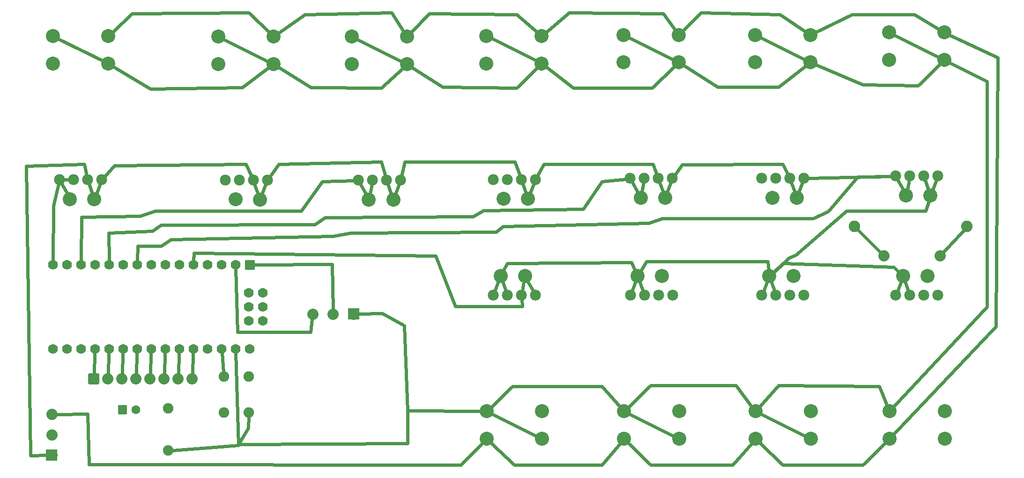
<source format=gbl>
G04 MADE WITH FRITZING*
G04 WWW.FRITZING.ORG*
G04 DOUBLE SIDED*
G04 HOLES PLATED*
G04 CONTOUR ON CENTER OF CONTOUR VECTOR*
%ASAXBY*%
%FSLAX23Y23*%
%MOIN*%
%OFA0B0*%
%SFA1.0B1.0*%
%ADD10C,0.080000*%
%ADD11C,0.070000*%
%ADD12C,0.100000*%
%ADD13C,0.078000*%
%ADD14C,0.075000*%
%ADD15C,0.062992*%
%ADD16C,0.082000*%
%ADD17C,0.024000*%
%ADD18C,0.020000*%
%ADD19C,0.017000*%
%ADD20C,0.015748*%
%ADD21R,0.001000X0.001000*%
%LNCOPPER0*%
G90*
G70*
G54D10*
X581Y662D03*
X681Y662D03*
X781Y662D03*
X881Y662D03*
X981Y662D03*
X1081Y662D03*
X1181Y662D03*
X1281Y662D03*
G54D11*
X1689Y1478D03*
X1589Y1478D03*
X1489Y1478D03*
X1389Y1478D03*
X1289Y1478D03*
X1189Y1478D03*
X1089Y1478D03*
X989Y1478D03*
X889Y1478D03*
X789Y1478D03*
X689Y1478D03*
X589Y1478D03*
X489Y1478D03*
X389Y1478D03*
X289Y1478D03*
X1689Y878D03*
X1589Y878D03*
X1489Y878D03*
X1389Y878D03*
X1289Y878D03*
X1189Y878D03*
X1089Y878D03*
X989Y878D03*
X889Y878D03*
X789Y878D03*
X689Y878D03*
X589Y878D03*
X489Y878D03*
X389Y878D03*
X289Y878D03*
X1785Y1277D03*
X1685Y1277D03*
X1785Y1177D03*
X1685Y1177D03*
X1785Y1077D03*
X1685Y1077D03*
G54D12*
X411Y1945D03*
G54D13*
X337Y2083D03*
X437Y2083D03*
G54D12*
X585Y1945D03*
G54D13*
X537Y2083D03*
X637Y2083D03*
G54D12*
X683Y2910D03*
X683Y3106D03*
X289Y3106D03*
X289Y2910D03*
X1590Y1942D03*
G54D13*
X1516Y2080D03*
X1616Y2080D03*
G54D12*
X1763Y1941D03*
G54D13*
X1716Y2080D03*
X1816Y2080D03*
G54D12*
X1861Y2907D03*
X1861Y3103D03*
X1468Y3103D03*
X1468Y2907D03*
X6514Y1397D03*
G54D13*
X6588Y1259D03*
X6488Y1259D03*
G54D12*
X6340Y1398D03*
G54D13*
X6388Y1259D03*
X6288Y1259D03*
G54D12*
X6242Y432D03*
X6242Y236D03*
X6636Y236D03*
X6636Y432D03*
X5561Y1397D03*
G54D13*
X5635Y1259D03*
X5535Y1259D03*
G54D12*
X5388Y1398D03*
G54D13*
X5435Y1259D03*
X5335Y1259D03*
G54D12*
X5289Y432D03*
X5289Y236D03*
X5683Y236D03*
X5683Y432D03*
X4625Y1397D03*
G54D13*
X4699Y1259D03*
X4599Y1259D03*
G54D12*
X4451Y1398D03*
G54D13*
X4499Y1259D03*
X4399Y1259D03*
G54D12*
X4353Y432D03*
X4353Y236D03*
X4747Y236D03*
X4747Y432D03*
X3649Y1397D03*
G54D13*
X3723Y1259D03*
X3623Y1259D03*
G54D12*
X3476Y1398D03*
G54D13*
X3523Y1259D03*
X3423Y1259D03*
G54D12*
X3377Y432D03*
X3377Y236D03*
X3771Y236D03*
X3771Y432D03*
X6361Y1971D03*
G54D13*
X6287Y2109D03*
X6387Y2109D03*
G54D12*
X6535Y1970D03*
G54D13*
X6487Y2109D03*
X6587Y2109D03*
G54D12*
X6633Y2936D03*
X6633Y3132D03*
X6239Y3132D03*
X6239Y2936D03*
X5409Y1954D03*
G54D13*
X5335Y2092D03*
X5435Y2092D03*
G54D12*
X5582Y1954D03*
G54D13*
X5535Y2092D03*
X5635Y2092D03*
G54D12*
X5681Y2919D03*
X5681Y3115D03*
X5287Y3115D03*
X5287Y2919D03*
X4472Y1954D03*
G54D13*
X4398Y2092D03*
X4498Y2092D03*
G54D12*
X4646Y1954D03*
G54D13*
X4598Y2092D03*
X4698Y2092D03*
G54D12*
X4744Y2919D03*
X4744Y3115D03*
X4350Y3115D03*
X4350Y2919D03*
X3497Y1946D03*
G54D13*
X3423Y2084D03*
X3523Y2084D03*
G54D12*
X3670Y1946D03*
G54D13*
X3623Y2084D03*
X3723Y2084D03*
G54D12*
X3768Y2911D03*
X3768Y3107D03*
X3375Y3107D03*
X3375Y2911D03*
X2538Y1941D03*
G54D13*
X2464Y2079D03*
X2564Y2079D03*
G54D12*
X2712Y1941D03*
G54D13*
X2664Y2079D03*
X2764Y2079D03*
G54D12*
X2810Y2906D03*
X2810Y3102D03*
X2416Y3102D03*
X2416Y2906D03*
G54D10*
X2430Y1125D03*
X2285Y1125D03*
X2140Y1125D03*
X282Y120D03*
X282Y265D03*
X282Y410D03*
G54D14*
X1110Y452D03*
X1110Y152D03*
G54D15*
X782Y445D03*
X881Y445D03*
G54D14*
X1507Y425D03*
X1507Y681D03*
X1684Y425D03*
X1684Y681D03*
G54D16*
X5995Y1749D03*
X6795Y1749D03*
G54D10*
X6202Y1541D03*
X6602Y1541D03*
G54D17*
X4196Y609D02*
X3559Y609D01*
D02*
X3559Y609D02*
X3407Y461D01*
D02*
X4326Y463D02*
X4196Y609D01*
D02*
X5151Y617D02*
X4545Y617D01*
D02*
X4545Y617D02*
X4383Y461D01*
D02*
X5265Y465D02*
X5151Y617D01*
D02*
X6169Y609D02*
X5454Y617D01*
D02*
X5454Y617D02*
X5317Y463D01*
D02*
X6226Y470D02*
X6169Y609D01*
D02*
X6937Y1176D02*
X6270Y462D01*
D02*
X6937Y2784D02*
X6937Y1176D01*
D02*
X6670Y2917D02*
X6937Y2784D01*
D02*
X6052Y2760D02*
X5718Y2903D01*
D02*
X6448Y2753D02*
X6052Y2760D01*
D02*
X6604Y2907D02*
X6448Y2753D01*
D02*
X5454Y2745D02*
X5019Y2745D01*
D02*
X5019Y2745D02*
X4779Y2897D01*
D02*
X5648Y2894D02*
X5454Y2745D01*
D02*
X4553Y2737D02*
X3994Y2737D01*
D02*
X3994Y2737D02*
X3801Y2886D01*
D02*
X4714Y2891D02*
X4553Y2737D01*
D02*
X3590Y2737D02*
X3062Y2745D01*
D02*
X3062Y2745D02*
X2845Y2884D01*
D02*
X3739Y2882D02*
X3590Y2737D01*
D02*
X2627Y2737D02*
X2127Y2739D01*
D02*
X2127Y2739D02*
X1896Y2885D01*
D02*
X2780Y2878D02*
X2627Y2737D01*
D02*
X1636Y2739D02*
X982Y2730D01*
D02*
X982Y2730D02*
X718Y2889D01*
D02*
X1828Y2882D02*
X1636Y2739D01*
D02*
X3336Y433D02*
X2813Y438D01*
D02*
X588Y849D02*
X582Y693D01*
D02*
X682Y693D02*
X688Y849D01*
D02*
X782Y693D02*
X788Y849D01*
D02*
X882Y693D02*
X888Y849D01*
D02*
X982Y693D02*
X988Y849D01*
D02*
X1082Y693D02*
X1088Y849D01*
D02*
X1182Y693D02*
X1188Y849D01*
D02*
X1282Y693D02*
X1288Y849D01*
D02*
X295Y1897D02*
X290Y1507D01*
D02*
X331Y2054D02*
X295Y1897D01*
D02*
X494Y1818D02*
X490Y1507D01*
D02*
X911Y1824D02*
X494Y1818D01*
D02*
X1016Y1861D02*
X911Y1824D01*
D02*
X2057Y1861D02*
X1016Y1861D01*
D02*
X2208Y2069D02*
X2057Y1861D01*
D02*
X2434Y2078D02*
X2208Y2069D01*
D02*
X687Y1705D02*
X689Y1507D01*
D02*
X998Y1716D02*
X687Y1705D01*
D02*
X1061Y1761D02*
X998Y1716D01*
D02*
X2153Y1764D02*
X1061Y1761D01*
D02*
X2227Y1812D02*
X2153Y1764D01*
D02*
X3279Y1820D02*
X2227Y1812D01*
D02*
X3353Y1864D02*
X3279Y1820D01*
D02*
X4064Y1875D02*
X3353Y1864D01*
D02*
X4196Y2069D02*
X4064Y1875D01*
D02*
X4368Y2088D02*
X4196Y2069D01*
D02*
X1061Y1609D02*
X894Y1609D01*
D02*
X894Y1609D02*
X890Y1507D01*
D02*
X1131Y1657D02*
X1061Y1609D01*
D02*
X2279Y1680D02*
X1131Y1657D01*
D02*
X2409Y1705D02*
X2279Y1680D01*
D02*
X3443Y1709D02*
X2409Y1705D01*
D02*
X3492Y1749D02*
X3443Y1709D01*
D02*
X4530Y1774D02*
X3492Y1749D01*
D02*
X4628Y1807D02*
X4530Y1774D01*
D02*
X5699Y1807D02*
X4628Y1807D01*
D02*
X5806Y1856D02*
X5699Y1807D01*
D02*
X6018Y2102D02*
X5806Y1856D01*
D02*
X6257Y2108D02*
X6018Y2102D01*
D02*
X3155Y1179D02*
X3015Y1541D01*
D02*
X3015Y1541D02*
X1294Y1561D01*
D02*
X3630Y1179D02*
X3155Y1179D01*
D02*
X1294Y1561D02*
X1291Y1507D01*
D02*
X3626Y1229D02*
X3630Y1179D01*
D02*
X2277Y1479D02*
X1718Y1478D01*
D02*
X2284Y1160D02*
X2277Y1479D01*
D02*
X2122Y997D02*
X1602Y997D01*
D02*
X1602Y997D02*
X1590Y1449D01*
D02*
X2135Y1091D02*
X2122Y997D01*
D02*
X3194Y50D02*
X546Y55D01*
D02*
X546Y55D02*
X538Y415D01*
D02*
X538Y415D02*
X317Y411D01*
D02*
X3348Y207D02*
X3194Y50D01*
D02*
X3574Y50D02*
X4196Y50D01*
D02*
X4196Y50D02*
X4326Y205D01*
D02*
X3407Y208D02*
X3574Y50D01*
D02*
X4545Y50D02*
X5128Y50D01*
D02*
X5128Y50D02*
X5263Y205D01*
D02*
X4382Y208D02*
X4545Y50D01*
D02*
X5485Y50D02*
X6052Y50D01*
D02*
X6052Y50D02*
X6213Y207D01*
D02*
X5319Y208D02*
X5485Y50D01*
D02*
X6270Y266D02*
X7000Y1036D01*
D02*
X7000Y1036D02*
X7015Y2954D01*
D02*
X7015Y2954D02*
X6670Y3114D01*
D02*
X6419Y3259D02*
X5978Y3259D01*
D02*
X5978Y3259D02*
X5718Y3133D01*
D02*
X6598Y3153D02*
X6419Y3259D01*
D02*
X5463Y3259D02*
X4901Y3272D01*
D02*
X4901Y3272D02*
X4773Y3144D01*
D02*
X5646Y3138D02*
X5463Y3259D01*
D02*
X4633Y3266D02*
X3965Y3272D01*
D02*
X3965Y3272D02*
X3800Y3134D01*
D02*
X4720Y3148D02*
X4633Y3266D01*
D02*
X3590Y3259D02*
X2968Y3266D01*
D02*
X2968Y3266D02*
X2839Y3132D01*
D02*
X3737Y3134D02*
X3590Y3259D01*
D02*
X2700Y3272D02*
X2085Y3259D01*
D02*
X2085Y3259D02*
X1895Y3126D01*
D02*
X2788Y3137D02*
X2700Y3272D01*
D02*
X1684Y3272D02*
X854Y3266D01*
D02*
X854Y3266D02*
X713Y3134D01*
D02*
X1832Y3131D02*
X1684Y3272D01*
D02*
X2813Y205D02*
X1609Y197D01*
D02*
X2813Y438D02*
X2813Y205D01*
D02*
X1609Y190D02*
X1139Y154D01*
D02*
X1609Y190D02*
X1590Y849D01*
D02*
X2813Y438D02*
X2790Y1044D01*
D02*
X2790Y1044D02*
X2635Y1129D01*
D02*
X2635Y1129D02*
X2465Y1126D01*
D02*
X1492Y849D02*
X1504Y710D01*
D02*
X1679Y314D02*
X1683Y397D01*
D02*
X1609Y197D02*
X1679Y314D01*
D02*
X1609Y190D02*
X1609Y197D01*
D02*
X6773Y1725D02*
X6623Y1564D01*
D02*
X6018Y1726D02*
X6180Y1563D01*
D02*
X351Y2057D02*
X392Y1982D01*
D02*
X407Y2083D02*
X367Y2083D01*
D02*
X571Y1984D02*
X547Y2055D01*
D02*
X627Y2055D02*
X599Y1983D01*
D02*
X1725Y2051D02*
X1750Y1980D01*
D02*
X1805Y2051D02*
X1778Y1980D01*
D02*
X1703Y2107D02*
X1664Y2195D01*
D02*
X727Y2182D02*
X657Y2105D01*
D02*
X1664Y2195D02*
X727Y2182D01*
D02*
X2698Y1980D02*
X2674Y2051D01*
D02*
X2754Y2051D02*
X2726Y1979D01*
D02*
X2627Y2209D02*
X2656Y2108D01*
D02*
X1898Y2195D02*
X2627Y2209D01*
D02*
X1833Y2104D02*
X1898Y2195D01*
D02*
X3657Y1985D02*
X3632Y2056D01*
D02*
X3712Y2056D02*
X3685Y1984D01*
D02*
X2794Y2209D02*
X2771Y2108D01*
D02*
X3612Y2112D02*
X3577Y2209D01*
D02*
X3577Y2209D02*
X2794Y2209D01*
D02*
X2519Y1977D02*
X2478Y2053D01*
D02*
X2559Y2049D02*
X2546Y1982D01*
D02*
X4453Y1990D02*
X4413Y2065D01*
D02*
X4493Y2062D02*
X4480Y1994D01*
D02*
X4632Y1992D02*
X4608Y2063D01*
D02*
X4660Y1992D02*
X4688Y2064D01*
D02*
X6342Y2007D02*
X6301Y2082D01*
D02*
X6382Y2079D02*
X6369Y2011D01*
D02*
X5569Y1992D02*
X5545Y2063D01*
D02*
X5624Y2064D02*
X5597Y1992D01*
D02*
X6521Y2009D02*
X6497Y2080D01*
D02*
X6577Y2080D02*
X6549Y2009D01*
D02*
X3641Y1357D02*
X3629Y1289D01*
D02*
X3668Y1361D02*
X3709Y1286D01*
D02*
X3461Y1359D02*
X3434Y1288D01*
D02*
X3489Y1359D02*
X3513Y1288D01*
D02*
X4437Y1359D02*
X4410Y1288D01*
D02*
X4465Y1359D02*
X4489Y1288D01*
D02*
X5373Y1359D02*
X5346Y1288D01*
D02*
X5401Y1359D02*
X5426Y1288D01*
D02*
X6326Y1359D02*
X6299Y1288D01*
D02*
X6354Y1359D02*
X6378Y1288D01*
D02*
X3523Y1486D02*
X3495Y1434D01*
D02*
X4434Y1435D02*
X4406Y1493D01*
D02*
X4406Y1493D02*
X3523Y1486D01*
D02*
X5376Y1500D02*
X4513Y1500D01*
D02*
X4513Y1500D02*
X4473Y1433D01*
D02*
X5383Y1439D02*
X5376Y1500D01*
D02*
X6272Y1460D02*
X6310Y1425D01*
D02*
X5490Y1486D02*
X6272Y1460D01*
D02*
X5419Y1425D02*
X5490Y1486D01*
D02*
X6500Y1861D02*
X6522Y1931D01*
D02*
X5530Y1526D02*
X5577Y1547D01*
D02*
X5938Y1861D02*
X6500Y1861D01*
D02*
X5418Y1425D02*
X5530Y1526D01*
D02*
X5577Y1547D02*
X5938Y1861D01*
D02*
X6257Y2108D02*
X5665Y2093D01*
D02*
X4767Y2189D02*
X5483Y2195D01*
D02*
X5483Y2195D02*
X5521Y2119D01*
D02*
X4716Y2116D02*
X4767Y2189D01*
D02*
X3784Y2195D02*
X4560Y2195D01*
D02*
X3737Y2110D02*
X3784Y2195D01*
D02*
X4560Y2195D02*
X4588Y2120D01*
D02*
X5646Y255D02*
X5326Y414D01*
D02*
X4710Y255D02*
X4390Y414D01*
D02*
X3734Y255D02*
X3414Y414D01*
D02*
X6596Y2954D02*
X6276Y3113D01*
D02*
X5644Y2937D02*
X5324Y3097D01*
D02*
X4707Y2937D02*
X4387Y3097D01*
D02*
X3732Y2930D02*
X3412Y3089D01*
D02*
X2773Y2925D02*
X2453Y3084D01*
D02*
X1825Y2925D02*
X1505Y3084D01*
D02*
X646Y2929D02*
X326Y3088D01*
D02*
X130Y116D02*
X99Y2179D01*
D02*
X99Y2179D02*
X513Y2195D01*
D02*
X247Y119D02*
X130Y116D01*
D02*
X513Y2195D02*
X531Y2113D01*
G54D18*
X551Y692D02*
X611Y692D01*
X611Y632D01*
X551Y632D01*
X551Y692D01*
D02*
G54D19*
X1716Y1451D02*
X1663Y1451D01*
X1663Y1504D01*
X1716Y1504D01*
X1716Y1451D01*
D02*
G54D20*
X806Y421D02*
X759Y421D01*
X759Y469D01*
X806Y469D01*
X806Y421D01*
D02*
G54D21*
X2390Y1165D02*
X2469Y1165D01*
X2390Y1164D02*
X2469Y1164D01*
X2390Y1163D02*
X2469Y1163D01*
X2390Y1162D02*
X2469Y1162D01*
X2390Y1161D02*
X2469Y1161D01*
X2390Y1160D02*
X2469Y1160D01*
X2390Y1159D02*
X2469Y1159D01*
X2390Y1158D02*
X2469Y1158D01*
X2390Y1157D02*
X2469Y1157D01*
X2390Y1156D02*
X2469Y1156D01*
X2390Y1155D02*
X2469Y1155D01*
X2390Y1154D02*
X2469Y1154D01*
X2390Y1153D02*
X2469Y1153D01*
X2390Y1152D02*
X2469Y1152D01*
X2390Y1151D02*
X2469Y1151D01*
X2390Y1150D02*
X2469Y1150D01*
X2390Y1149D02*
X2424Y1149D01*
X2434Y1149D02*
X2469Y1149D01*
X2390Y1148D02*
X2421Y1148D01*
X2438Y1148D02*
X2469Y1148D01*
X2390Y1147D02*
X2418Y1147D01*
X2440Y1147D02*
X2469Y1147D01*
X2390Y1146D02*
X2416Y1146D01*
X2442Y1146D02*
X2469Y1146D01*
X2390Y1145D02*
X2415Y1145D01*
X2444Y1145D02*
X2469Y1145D01*
X2390Y1144D02*
X2414Y1144D01*
X2445Y1144D02*
X2469Y1144D01*
X2390Y1143D02*
X2413Y1143D01*
X2446Y1143D02*
X2469Y1143D01*
X2390Y1142D02*
X2412Y1142D01*
X2447Y1142D02*
X2469Y1142D01*
X2390Y1141D02*
X2411Y1141D01*
X2448Y1141D02*
X2469Y1141D01*
X2390Y1140D02*
X2410Y1140D01*
X2449Y1140D02*
X2469Y1140D01*
X2390Y1139D02*
X2409Y1139D01*
X2449Y1139D02*
X2469Y1139D01*
X2390Y1138D02*
X2409Y1138D01*
X2450Y1138D02*
X2469Y1138D01*
X2390Y1137D02*
X2408Y1137D01*
X2451Y1137D02*
X2469Y1137D01*
X2390Y1136D02*
X2407Y1136D01*
X2451Y1136D02*
X2469Y1136D01*
X2390Y1135D02*
X2407Y1135D01*
X2452Y1135D02*
X2469Y1135D01*
X2390Y1134D02*
X2407Y1134D01*
X2452Y1134D02*
X2469Y1134D01*
X2390Y1133D02*
X2406Y1133D01*
X2452Y1133D02*
X2469Y1133D01*
X2390Y1132D02*
X2406Y1132D01*
X2453Y1132D02*
X2469Y1132D01*
X2390Y1131D02*
X2406Y1131D01*
X2453Y1131D02*
X2469Y1131D01*
X2390Y1130D02*
X2406Y1130D01*
X2453Y1130D02*
X2469Y1130D01*
X2390Y1129D02*
X2405Y1129D01*
X2453Y1129D02*
X2469Y1129D01*
X2390Y1128D02*
X2405Y1128D01*
X2453Y1128D02*
X2469Y1128D01*
X2390Y1127D02*
X2405Y1127D01*
X2453Y1127D02*
X2469Y1127D01*
X2390Y1126D02*
X2405Y1126D01*
X2453Y1126D02*
X2469Y1126D01*
X2390Y1125D02*
X2405Y1125D01*
X2453Y1125D02*
X2469Y1125D01*
X2390Y1124D02*
X2405Y1124D01*
X2453Y1124D02*
X2469Y1124D01*
X2390Y1123D02*
X2405Y1123D01*
X2453Y1123D02*
X2469Y1123D01*
X2390Y1122D02*
X2405Y1122D01*
X2453Y1122D02*
X2469Y1122D01*
X2390Y1121D02*
X2406Y1121D01*
X2453Y1121D02*
X2469Y1121D01*
X2390Y1120D02*
X2406Y1120D01*
X2453Y1120D02*
X2469Y1120D01*
X2390Y1119D02*
X2406Y1119D01*
X2452Y1119D02*
X2469Y1119D01*
X2390Y1118D02*
X2407Y1118D01*
X2452Y1118D02*
X2469Y1118D01*
X2390Y1117D02*
X2407Y1117D01*
X2452Y1117D02*
X2469Y1117D01*
X2390Y1116D02*
X2407Y1116D01*
X2451Y1116D02*
X2469Y1116D01*
X2390Y1115D02*
X2408Y1115D01*
X2451Y1115D02*
X2469Y1115D01*
X2390Y1114D02*
X2408Y1114D01*
X2450Y1114D02*
X2469Y1114D01*
X2390Y1113D02*
X2409Y1113D01*
X2450Y1113D02*
X2469Y1113D01*
X2390Y1112D02*
X2410Y1112D01*
X2449Y1112D02*
X2469Y1112D01*
X2390Y1111D02*
X2410Y1111D01*
X2448Y1111D02*
X2469Y1111D01*
X2390Y1110D02*
X2411Y1110D01*
X2447Y1110D02*
X2469Y1110D01*
X2390Y1109D02*
X2412Y1109D01*
X2446Y1109D02*
X2469Y1109D01*
X2390Y1108D02*
X2413Y1108D01*
X2445Y1108D02*
X2469Y1108D01*
X2390Y1107D02*
X2414Y1107D01*
X2444Y1107D02*
X2469Y1107D01*
X2390Y1106D02*
X2416Y1106D01*
X2443Y1106D02*
X2469Y1106D01*
X2390Y1105D02*
X2418Y1105D01*
X2441Y1105D02*
X2469Y1105D01*
X2390Y1104D02*
X2420Y1104D01*
X2439Y1104D02*
X2469Y1104D01*
X2390Y1103D02*
X2423Y1103D01*
X2436Y1103D02*
X2469Y1103D01*
X2390Y1102D02*
X2469Y1102D01*
X2390Y1101D02*
X2469Y1101D01*
X2390Y1100D02*
X2469Y1100D01*
X2390Y1099D02*
X2469Y1099D01*
X2390Y1098D02*
X2469Y1098D01*
X2390Y1097D02*
X2469Y1097D01*
X2390Y1096D02*
X2469Y1096D01*
X2390Y1095D02*
X2469Y1095D01*
X2390Y1094D02*
X2469Y1094D01*
X2390Y1093D02*
X2469Y1093D01*
X2390Y1092D02*
X2469Y1092D01*
X2390Y1091D02*
X2469Y1091D01*
X2390Y1090D02*
X2469Y1090D01*
X2390Y1089D02*
X2469Y1089D01*
X2390Y1088D02*
X2469Y1088D01*
X2390Y1087D02*
X2469Y1087D01*
X2390Y1086D02*
X2468Y1086D01*
X242Y160D02*
X321Y160D01*
X242Y159D02*
X321Y159D01*
X242Y158D02*
X321Y158D01*
X242Y157D02*
X321Y157D01*
X242Y156D02*
X321Y156D01*
X242Y155D02*
X321Y155D01*
X242Y154D02*
X321Y154D01*
X242Y153D02*
X321Y153D01*
X242Y152D02*
X321Y152D01*
X242Y151D02*
X321Y151D01*
X242Y150D02*
X321Y150D01*
X242Y149D02*
X321Y149D01*
X242Y148D02*
X321Y148D01*
X242Y147D02*
X321Y147D01*
X242Y146D02*
X321Y146D01*
X242Y145D02*
X321Y145D01*
X242Y144D02*
X277Y144D01*
X287Y144D02*
X321Y144D01*
X242Y143D02*
X273Y143D01*
X290Y143D02*
X321Y143D01*
X242Y142D02*
X271Y142D01*
X293Y142D02*
X321Y142D01*
X242Y141D02*
X269Y141D01*
X294Y141D02*
X321Y141D01*
X242Y140D02*
X267Y140D01*
X296Y140D02*
X321Y140D01*
X242Y139D02*
X266Y139D01*
X297Y139D02*
X321Y139D01*
X242Y138D02*
X265Y138D01*
X298Y138D02*
X321Y138D01*
X242Y137D02*
X264Y137D01*
X299Y137D02*
X321Y137D01*
X242Y136D02*
X263Y136D01*
X300Y136D02*
X321Y136D01*
X242Y135D02*
X262Y135D01*
X301Y135D02*
X321Y135D01*
X242Y134D02*
X262Y134D01*
X302Y134D02*
X321Y134D01*
X242Y133D02*
X261Y133D01*
X302Y133D02*
X321Y133D01*
X242Y132D02*
X260Y132D01*
X303Y132D02*
X321Y132D01*
X242Y131D02*
X260Y131D01*
X303Y131D02*
X321Y131D01*
X242Y130D02*
X259Y130D01*
X304Y130D02*
X321Y130D01*
X242Y129D02*
X259Y129D01*
X304Y129D02*
X321Y129D01*
X242Y128D02*
X259Y128D01*
X305Y128D02*
X321Y128D01*
X242Y127D02*
X258Y127D01*
X305Y127D02*
X321Y127D01*
X242Y126D02*
X258Y126D01*
X305Y126D02*
X321Y126D01*
X242Y125D02*
X258Y125D01*
X305Y125D02*
X321Y125D01*
X242Y124D02*
X258Y124D01*
X306Y124D02*
X321Y124D01*
X242Y123D02*
X258Y123D01*
X306Y123D02*
X321Y123D01*
X242Y122D02*
X258Y122D01*
X306Y122D02*
X321Y122D01*
X242Y121D02*
X257Y121D01*
X306Y121D02*
X321Y121D01*
X242Y120D02*
X258Y120D01*
X306Y120D02*
X321Y120D01*
X242Y119D02*
X258Y119D01*
X306Y119D02*
X321Y119D01*
X242Y118D02*
X258Y118D01*
X306Y118D02*
X321Y118D01*
X242Y117D02*
X258Y117D01*
X305Y117D02*
X321Y117D01*
X242Y116D02*
X258Y116D01*
X305Y116D02*
X321Y116D01*
X242Y115D02*
X258Y115D01*
X305Y115D02*
X321Y115D01*
X242Y114D02*
X259Y114D01*
X305Y114D02*
X321Y114D01*
X242Y113D02*
X259Y113D01*
X304Y113D02*
X321Y113D01*
X242Y112D02*
X259Y112D01*
X304Y112D02*
X321Y112D01*
X242Y111D02*
X260Y111D01*
X304Y111D02*
X321Y111D01*
X242Y110D02*
X260Y110D01*
X303Y110D02*
X321Y110D01*
X242Y109D02*
X261Y109D01*
X303Y109D02*
X321Y109D01*
X242Y108D02*
X261Y108D01*
X302Y108D02*
X321Y108D01*
X242Y107D02*
X262Y107D01*
X301Y107D02*
X321Y107D01*
X242Y106D02*
X263Y106D01*
X300Y106D02*
X321Y106D01*
X242Y105D02*
X264Y105D01*
X300Y105D02*
X321Y105D01*
X242Y104D02*
X265Y104D01*
X299Y104D02*
X321Y104D01*
X242Y103D02*
X266Y103D01*
X298Y103D02*
X321Y103D01*
X242Y102D02*
X267Y102D01*
X296Y102D02*
X321Y102D01*
X242Y101D02*
X268Y101D01*
X295Y101D02*
X321Y101D01*
X242Y100D02*
X270Y100D01*
X293Y100D02*
X321Y100D01*
X242Y99D02*
X272Y99D01*
X291Y99D02*
X321Y99D01*
X242Y98D02*
X275Y98D01*
X288Y98D02*
X321Y98D01*
X242Y97D02*
X321Y97D01*
X242Y96D02*
X321Y96D01*
X242Y95D02*
X321Y95D01*
X242Y94D02*
X321Y94D01*
X242Y93D02*
X321Y93D01*
X242Y92D02*
X321Y92D01*
X242Y91D02*
X321Y91D01*
X242Y90D02*
X321Y90D01*
X242Y89D02*
X321Y89D01*
X242Y88D02*
X321Y88D01*
X242Y87D02*
X321Y87D01*
X242Y86D02*
X321Y86D01*
X242Y85D02*
X321Y85D01*
X242Y84D02*
X321Y84D01*
X242Y83D02*
X321Y83D01*
X242Y82D02*
X321Y82D01*
X242Y81D02*
X321Y81D01*
D02*
G04 End of Copper0*
M02*
</source>
